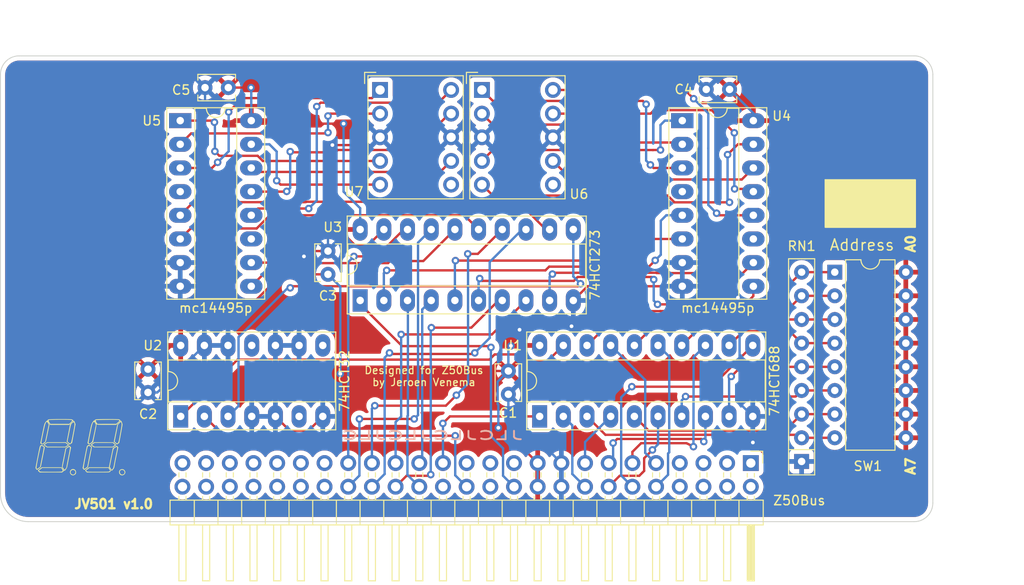
<source format=kicad_pcb>
(kicad_pcb (version 20211014) (generator pcbnew)
  (layers (0 "F.Cu" signal) (31 "B.Cu" signal) (34 "B.Paste" user) (35 "F.Paste" user) (36 "B.SilkS" user "B.Silkscreen") (37 "F.SilkS" user "F.Silkscreen") (38 "B.Mask" user) (39 "F.Mask" user) (44 "Edge.Cuts" user))
  (net 0 "")
  (net 1 "VCC")
  (net 2 "GND")
  (net 3 "/A7")
  (net 4 "/A2")
  (net 5 "/A0")
  (net 6 "Net-(RN1-Pad2)")
  (net 7 "Net-(RN1-Pad3)")
  (net 8 "Net-(RN1-Pad4)")
  (net 9 "Net-(RN1-Pad5)")
  (net 10 "Net-(RN1-Pad6)")
  (net 11 "{slash}IOREQ")
  (net 12 "/A1")
  (net 13 "/A3")
  (net 14 "/A4")
  (net 15 "/A5")
  (net 16 "/A6")
  (net 17 "/{slash}IOEN")
  (net 18 "{slash}WR")
  (net 19 "/{slash}IOWR")
  (net 23 "{slash}RST")
  (net 24 "Net-(U3-Pad2)")
  (net 25 "/D0")
  (net 26 "/D1")
  (net 27 "Net-(U3-Pad5)")
  (net 28 "Net-(U3-Pad6)")
  (net 29 "/D2")
  (net 30 "/D3")
  (net 31 "Net-(U3-Pad9)")
  (net 32 "Net-(U3-Pad12)")
  (net 33 "/D4")
  (net 34 "/D5")
  (net 35 "Net-(U3-Pad15)")
  (net 36 "Net-(U3-Pad16)")
  (net 37 "/D6")
  (net 38 "/D7")
  (net 39 "Net-(U3-Pad19)")
  (net 40 "Net-(U4-Pad1)")
  (net 41 "Net-(U4-Pad2)")
  (net 42 "Net-(U4-Pad3)")
  (net 45 "Net-(U4-Pad12)")
  (net 46 "Net-(U4-Pad13)")
  (net 47 "Net-(U4-Pad14)")
  (net 48 "Net-(U4-Pad15)")
  (net 49 "Net-(U5-Pad1)")
  (net 50 "Net-(U5-Pad2)")
  (net 51 "Net-(U5-Pad3)")
  (net 54 "Net-(U5-Pad12)")
  (net 55 "Net-(U5-Pad13)")
  (net 56 "Net-(U5-Pad14)")
  (net 57 "Net-(U5-Pad15)")
  (net 60 "Net-(RN1-Pad7)")
  (net 61 "Net-(RN1-Pad8)")
  (net 62 "Net-(RN1-Pad9)")
  (net 63 "/A15")
  (net 64 "/A14")
  (net 65 "/A13")
  (net 66 "/A12")
  (net 67 "/A11")
  (net 68 "/A10")
  (net 69 "/A9")
  (net 70 "/A8")
  (net 71 "/{slash}M1")
  (net 72 "/CLOCK")
  (net 73 "/{slash}INT")
  (net 74 "/{slash}MREQ")
  (net 75 "/{slash}RD")
  (net 76 "/TX")
  (net 77 "/RX")
  (net 78 "/USR1")
  (net 79 "/USR0")
  (net 80 "/USR3")
  (net 81 "/USR2")
  (net 82 "/{slash}NMI")
  (net 83 "/{slash}REFRESH")
  (net 84 "/{slash}WAIT")
  (net 85 "/{slash}HALT")
  (net 86 "/{slash}BUSRQ")
  (net 87 "/{slash}BUSACK")
  (net 88 "/IEO")
  (net 89 "/IEI")
  (footprint "Capacitor_THT:C_Disc_D3.8mm_W2.6mm_P2.50mm" (layer "F.Cu") (at 178.2 73.6 180)
    (fp_text reference "C4")
    (fp_text value "100nF")
  )
  (footprint "Package_DIP:DIP-16_W7.62mm_Socket_LongPads" (layer "F.Cu") (at 173.13 76.952)
    (fp_text reference "U4")
    (fp_text value "mc14495p")
  )
  (footprint "Package_DIP:DIP-20_W7.62mm_Socket_LongPads" (layer "F.Cu") (at 157.83 108.702 90)
    (fp_text reference "U1")
    (fp_text value "74HCT688")
  )
  (footprint "Display_7Segment:Sx39-1xxxxx" (layer "F.Cu") (at 140.716 73.66)
    (fp_text reference "U7")
    (fp_text value "MSN" hide)
  )
  (footprint "Capacitor_THT:C_Disc_D3.8mm_W2.6mm_P2.50mm" (layer "F.Cu") (at 154.475 103.825 -90)
    (fp_text reference "C1")
    (fp_text value "100nF")
  )
  (footprint "Capacitor_THT:C_Disc_D3.8mm_W2.6mm_P2.50mm" (layer "F.Cu") (at 135.128 93.452 90)
    (fp_text reference "C3")
    (fp_text value "100nF")
  )
  (footprint "Resistor_THT:R_Array_SIP9" (layer "F.Cu") (at 185.928 113.538 90)
    (fp_text reference "RN1")
    (fp_text value "8x100K" hide)
  )
  (footprint "LOGO" (layer "F.Cu") (at 108.458 111.887)
    (fp_text reference "G***" hide)
    (fp_text value "LOGO" hide)
  )
  (footprint "Connector_PinHeader_2.54mm:PinHeader_2x25_P2.54mm_Horizontal" (layer "F.Cu") (at 180.48 113.71 -90)
    (fp_text reference "J1" hide)
    (fp_text value "Z50bus" hide)
  )
  (footprint "Package_DIP:DIP-14_W7.62mm_Socket_LongPads" (layer "F.Cu") (at 119.33 108.702 90)
    (fp_text reference "U2")
    (fp_text value "74HCT32")
  )
  (footprint "Capacitor_THT:C_Disc_D3.8mm_W2.6mm_P2.50mm" (layer "F.Cu") (at 124.44 73.406 180)
    (fp_text reference "C5")
    (fp_text value "100nF")
  )
  (footprint "Package_DIP:DIP-16_W7.62mm" (layer "F.Cu") (at 189.484 93.218)
    (fp_text reference "SW1")
    (fp_text value "Address")
  )
  (footprint "Package_DIP:DIP-20_W7.62mm_Socket_LongPads" (layer "F.Cu") (at 138.58 96.256 90)
    (fp_text reference "U3")
    (fp_text value "74HCT273")
  )
  (footprint "Capacitor_THT:C_Disc_D3.8mm_W2.6mm_P2.50mm" (layer "F.Cu") (at 115.824 103.632 -90)
    (fp_text reference "C2")
    (fp_text value "100nF")
  )
  (footprint "Package_DIP:DIP-16_W7.62mm_Socket_LongPads" (layer "F.Cu") (at 119.28 76.952)
    (fp_text reference "U5")
    (fp_text value "mc14495p")
  )
  (footprint "Display_7Segment:Sx39-1xxxxx" (layer "F.Cu") (at 151.638 73.66)
    (fp_text reference "U6")
    (fp_text value "LSN" hide)
  )
  (gr_rect (start 198.12 88.392) (end 188.468 83.312) (layer "F.SilkS") (width 0.15) (fill solid))
  (gr_arc (start 103 120) (mid 100.87868 119.12132) (end 100 117) (layer "Edge.Cuts") (width 0.1))
  (gr_line (start 100 72) (end 100 117) (layer "Edge.Cuts") (width 0.1))
  (gr_line (start 198 70) (end 102 70) (layer "Edge.Cuts") (width 0.1))
  (gr_arc (start 100 72) (mid 100.585786 70.585786) (end 102 70) (layer "Edge.Cuts") (width 0.1))
  (gr_line (start 200 118) (end 200 72) (layer "Edge.Cuts") (width 0.1))
  (gr_arc (start 200 118) (mid 199.414214 119.414214) (end 198 120) (layer "Edge.Cuts") (width 0.1))
  (gr_arc (start 198 70) (mid 199.414214 70.585786) (end 200 72) (layer "Edge.Cuts") (width 0.1))
  (gr_line (start 103 120) (end 198 120) (layer "Edge.Cuts") (width 0.1))
  (gr_text "JLCJLCJLCJLC" (at 146.304 110.744) (layer "B.SilkS") (effects (font (size 0.9 1.9) (thickness 0.2)) (justify mirror)))
  (gr_text "Z50Bus" (at 185.674 117.729) (layer "F.SilkS") (effects (font (size 1 1))))
  (gr_text "A0" (at 197.612 90.17 90) (layer "F.SilkS") (effects (font (size 1 1) (thickness 0.25))))
  (gr_text "Designed for Z50Bus\nby Jeroen Venema" (at 145.415 104.394) (layer "F.SilkS") (effects (font (size 0.8 0.8) (thickness 0.125))))
  (gr_text "A7" (at 197.612 114.046 90) (layer "F.SilkS") (effects (font (size 1 1) (thickness 0.25))))
  (gr_text "JV501 v1.0" (at 112.141 118.11) (layer "F.SilkS") (effects (font (size 1 1) (thickness 0.25))))
  (segment (start 126.873 73.406) (end 124.44 73.406) (width 0.25) (layer "F.Cu") (net 1))
  (segment (start 135.128 93.452) (end 130.17099 93.452) (width 0.25) (layer "F.Cu") (net 1))
  (segment (start 124.39799 99.225) (end 119.45 99.225) (width 0.25) (layer "F.Cu") (net 1))
  (segment (start 118.374 101.082) (end 115.824 103.632) (width 0.25) (layer "F.Cu") (net 1))
  (segment (start 154.75 101.125) (end 154.793 101.082) (width 0.25) (layer "F.Cu") (net 1))
  (segment (start 136.45 104.125) (end 136.75 103.825) (width 0.25) (layer "F.Cu") (net 1))
  (segment (start 127.223 77.275) (end 126.9 76.952) (width 0.25) (layer "F.Cu") (net 1))
  (segment (start 130.17099 93.452) (end 124.39799 99.225) (width 0.25) (layer "F.Cu") (net 1))
  (segment (start 136.75 103.825) (end 154.475 103.825) (width 0.25) (layer "F.Cu") (net 1))
  (segment (start 157.62 113.71) (end 153.835 109.925) (width 0.25) (layer "F.Cu") (net 1))
  (segment (start 119.33 101.082) (end 118.374 101.082) (width 0.25) (layer "F.Cu") (net 1))
  (segment (start 153.835 109.925) (end 153.4 109.925) (width 0.25) (layer "F.Cu") (net 1))
  (segment (start 136.8 77.275) (end 127.223 77.275) (width 0.25) (layer "F.Cu") (net 1))
  (segment (start 154.793 101.082) (end 157.83 101.082) (width 0.25) (layer "F.Cu") (net 1))
  (segment (start 119.33 99.345) (end 119.33 101.082) (width 0.25) (layer "F.Cu") (net 1))
  (segment (start 119.45 99.225) (end 119.33 99.345) (width 0.25) (layer "F.Cu") (net 1))
  (via (at 136.45 104.125) (size 0.8) (drill 0.4) (layers "F.Cu" "B.Cu") (net 1))
  (via (at 126.873 73.406) (size 0.8) (drill 0.4) (layers "F.Cu" "B.Cu") (net 1))
  (via (at 153.4 109.925) (size 0.8) (drill 0.4) (layers "F.Cu" "B.Cu") (net 1))
  (via (at 154.75 101.125) (size 0.8) (drill 0.4) (layers "F.Cu" "B.Cu") (net 1))
  (via (at 136.8 77.275) (size 0.8) (drill 0.4) (layers "F.Cu" "B.Cu") (net 1))
  (segment (start 137.075 84.85) (end 136.8 84.575) (width 0.25) (layer "B.Cu") (net 1))
  (segment (start 126.9 76.952) (end 126.9 73.433) (width 0.25) (layer "B.Cu") (net 1))
  (segment (start 154.475 101.4) (end 154.75 101.125) (width 0.25) (layer "B.Cu") (net 1))
  (segment (start 126.9 73.433) (end 126.873 73.406) (width 0.25) (layer "B.Cu") (net 1))
  (segment (start 154.475 103.825) (end 154.475 101.4) (width 0.25) (layer "B.Cu") (net 1))
  (segment (start 153.325 104.975) (end 154.475 103.825) (width 0.25) (layer "B.Cu") (net 1))
  (segment (start 136.8 84.575) (end 136.8 77.275) (width 0.25) (layer "B.Cu") (net 1))
  (segment (start 136.45 94.774) (end 136.45 104.125) (width 0.25) (layer "B.Cu") (net 1))
  (segment (start 138.58 86.355) (end 137.075 84.85) (width 0.25) (layer "B.Cu") (net 1))
  (segment (start 135.128 93.452) (end 136.45 94.774) (width 0.25) (layer "B.Cu") (net 1))
  (segment (start 138.58 88.636) (end 138.58 86.355) (width 0.25) (layer "B.Cu") (net 1))
  (segment (start 157.62 113.71) (end 157.62 116.25) (width 0.25) (layer "B.Cu") (net 1))
  (segment (start 153.4 107.45) (end 153.325 107.375) (width 0.25) (layer "B.Cu") (net 1))
  (segment (start 180.75 76.15) (end 180.75 76.952) (width 0.25) (layer "B.Cu") (net 1))
  (segment (start 178.2 73.6) (end 180.75 76.15) (width 0.25) (layer "B.Cu") (net 1))
  (segment (start 153.4 109.925) (end 153.4 107.45) (width 0.25) (layer "B.Cu") (net 1))
  (segment (start 153.325 107.375) (end 153.325 104.975) (width 0.25) (layer "B.Cu") (net 1))
  (segment (start 185.928 113.538) (end 182.738 113.538) (width 0.25) (layer "F.Cu") (net 2))
  (segment (start 132.03 101.082) (end 129.49 101.082) (width 0.25) (layer "F.Cu") (net 2))
  (segment (start 135.6 79.575) (end 139.881 79.575) (width 0.25) (layer "F.Cu") (net 2))
  (segment (start 173.13 94.732) (end 162.964 94.732) (width 0.25) (layer "F.Cu") (net 2))
  (segment (start 179.1 95.95) (end 177.882 94.732) (width 0.25) (layer "F.Cu") (net 2))
  (segment (start 121.87 101.082) (end 124.41 101.082) (width 0.25) (layer "F.Cu") (net 2))
  (segment (start 131.015 110.227) (end 133.045 110.227) (width 0.25) (layer "F.Cu") (net 2))
  (segment (start 133.123 90.952) (end 135.128 90.952) (width 0.25) (layer "F.Cu") (net 2))
  (segment (start 133.045 110.227) (end 134.57 108.702) (width 0.25) (layer "F.Cu") (net 2))
  (segment (start 177.882 94.732) (end 173.13 94.732) (width 0.25) (layer "F.Cu") (net 2))
  (segment (start 129.49 108.702) (end 126.95 108.702) (width 0.25) (layer "F.Cu") (net 2))
  (segment (start 161.25 99.025) (end 156.05 99.025) (width 0.25) (layer "F.Cu") (net 2))
  (segment (start 162.964 94.732) (end 161.44 96.256) (width 0.25) (layer "F.Cu") (net 2))
  (segment (start 139.881 79.575) (end 140.716 78.74) (width 0.25) (layer "F.Cu") (net 2))
  (segment (start 132.55 91.525) (end 133.123 90.952) (width 0.25) (layer "F.Cu") (net 2))
  (segment (start 129.49 108.702) (end 131.015 110.227) (width 0.25) (layer "F.Cu") (net 2))
  (segment (start 182.738 113.538) (end 180.7 111.5) (width 0.25) (layer "F.Cu") (net 2))
  (segment (start 156.05 99.025) (end 155.675 99.4) (width 0.25) (layer "F.Cu") (net 2))
  (via (at 132.55 91.525) (size 0.8) (drill 0.4) (layers "F.Cu" "B.Cu") (net 2))
  (via (at 179.1 95.95) (size 0.8) (drill 0.4) (layers "F.Cu" "B.Cu") (net 2))
  (via (at 155.675 99.4) (size 0.8) (drill 0.4) (layers "F.Cu" "B.Cu") (net 2))
  (via (at 180.7 111.5) (size 0.8) (drill 0.4) (layers "F.Cu" "B.Cu") (net 2))
  (via (at 161.25 99.025) (size 0.8) (drill 0.4) (layers "F.Cu" "B.Cu") (net 2))
  (via (at 135.6 79.575) (size 0.8) (drill 0.4) (layers "F.Cu" "B.Cu") (net 2))
  (segment (start 116.82 106.132) (end 115.824 106.132) (width 0.25) (layer "B.Cu") (net 2))
  (segment (start 179.275 107.287) (end 179.275 96.125) (width 0.25) (layer "B.Cu") (net 2))
  (segment (start 161.44 96.256) (end 161.44 98.835) (width 0.25) (layer "B.Cu") (net 2))
  (segment (start 121.94 91.01) (end 120.758 92.192) (width 0.25) (layer "B.Cu") (net 2))
  (segment (start 154.475 106.325) (end 154.475 108.025) (width 0.25) (layer "B.Cu") (net 2))
  (segment (start 121.87 101.082) (end 121.87 95.37) (width 0.25) (layer "B.Cu") (net 2))
  (segment (start 119.28 92.192) (end 119.28 94.732) (width 0.25) (layer "B.Cu") (net 2))
  (segment (start 155.675 99.4) (end 155.675 105) (width 0.25) (layer "B.Cu") (net 2))
  (segment (start 180.69 108.702) (end 179.275 107.287) (width 0.25) (layer "B.Cu") (net 2))
  (segment (start 121.87 101.082) (end 116.82 106.132) (width 0.25) (layer "B.Cu") (net 2))
  (segment (start 161.44 98.835) (end 161.25 99.025) (width 0.25) (layer "B.Cu") (net 2))
  (segment (start 121.232 94.732) (end 119.28 94.732) (width 0.25) (layer "B.Cu") (net 2))
  (segment (start 180.7 111.5) (end 180.69 111.49) (width 0.25) (layer "B.Cu") (net 2))
  (segment (start 129.49 101.082) (end 129.49 108.702) (width 0.25) (layer "B.Cu") (net 2))
  (segment (start 135.128 90.952) (end 135.128 80.047) (width 0.25) (layer "B.Cu") (net 2))
  (segment (start 132.03 101.082) (end 132.03 92.045) (width 0.25) (layer "B.Cu") (net 2))
  (segment (start 160.16 113.71) (end 160.16 116.25) (width 0.25) (layer "B.Cu") (net 2))
  (segment (start 121.94 73.406) (end 121.94 91.01) (width 0.25) (layer "B.Cu") (net 2))
  (segment (start 155.675 105) (end 154.975 105.7) (width 0.25) (layer "B.Cu") (net 2))
  (segment (start 120.758 92.192) (end 119.28 92.192) (width 0.25) (layer "B.Cu") (net 2))
  (segment (start 154.475 108.025) (end 160.16 113.71) (width 0.25) (layer "B.Cu") (net 2))
  (segment (start 180.69 111.49) (end 180.69 108.702) (width 0.25) (layer "B.Cu") (net 2))
  (segment (start 135.128 80.047) (end 135.6 79.575) (width 0.25) (layer "B.Cu") (net 2))
  (segment (start 132.03 92.045) (end 132.55 91.525) (width 0.25) (layer "B.Cu") (net 2))
  (segment (start 179.275 96.125) (end 179.1 95.95) (width 0.25) (layer "B.Cu") (net 2))
  (segment (start 121.87 95.37) (end 121.232 94.732) (width 0.25) (layer "B.Cu") (net 2))
  (segment (start 169.1507 104.7827) (end 169.1507 112.618898) (width 0.25) (layer "B.Cu") (net 3))
  (segment (start 170.241802 113.71) (end 170.32 113.71) (width 0.25) (layer "B.Cu") (net 3))
  (segment (start 169.1507 112.618898) (end 170.241802 113.71) (width 0.25) (layer "B.Cu") (net 3))
  (segment (start 165.45 101.082) (end 169.1507 104.7827) (width 0.25) (layer "B.Cu") (net 3))
  (segment (start 169.037 113.189007) (end 169.926 112.300007) (width 0.25) (layer "F.Cu") (net 4))
  (segment (start 169.037 114.554) (end 169.037 113.284) (width 0.25) (layer "F.Cu") (net 4))
  (segment (start 169.037 113.284) (end 169.037 113.189007) (width 0.25) (layer "F.Cu") (net 4))
  (segment (start 168.8592 114.7318) (end 169.037 114.554) (width 0.25) (layer "F.Cu") (net 4))
  (segment (start 166.415 115.075) (end 168.516 115.075) (width 0.25) (layer "F.Cu") (net 4))
  (segment (start 168.516 115.075) (end 168.8592 114.7318) (width 0.25) (layer "F.Cu") (net 4))
  (segment (start 165.24 116.25) (end 166.415 115.075) (width 0.25) (layer "F.Cu") (net 4))
  (via (at 169.926 112.300007) (size 0.8) (drill 0.4) (layers "F.Cu" "B.Cu") (net 4))
  (segment (start 170.53 111.696007) (end 170.53 108.702) (width 0.25) (layer "B.Cu") (net 4))
  (segment (start 169.926 112.300007) (end 170.53 111.696007) (width 0.25) (layer "B.Cu") (net 4))
  (segment (start 161.335 109.667) (end 161.335 114.885) (width 0.25) (layer "B.Cu") (net 5))
  (segment (start 161.335 114.885) (end 162.7 116.25) (width 0.25) (layer "B.Cu") (net 5))
  (segment (start 160.37 108.702) (end 161.335 109.667) (width 0.25) (layer "B.Cu") (net 5))
  (segment (start 185.606501 110.676501) (end 164.884501 110.676501) (width 0.25) (layer "F.Cu") (net 6))
  (segment (start 164.884501 110.676501) (end 162.91 108.702) (width 0.25) (layer "F.Cu") (net 6))
  (segment (start 185.928 110.998) (end 185.606501 110.676501) (width 0.25) (layer "F.Cu") (net 6))
  (segment (start 185.928 110.998) (end 189.484 110.998) (width 0.25) (layer "F.Cu") (net 6))
  (segment (start 169.515 110.227) (end 167.99 108.702) (width 0.25) (layer "F.Cu") (net 7))
  (segment (start 184.159 110.227) (end 169.515 110.227) (width 0.25) (layer "F.Cu") (net 7))
  (segment (start 185.928 108.458) (end 189.484 108.458) (width 0.25) (layer "F.Cu") (net 7))
  (segment (start 185.928 108.458) (end 184.159 110.227) (width 0.25) (layer "F.Cu") (net 7))
  (segment (start 185.928 105.918) (end 185.2797 106.5663) (width 0.25) (layer "F.Cu") (net 8))
  (segment (start 185.928 105.918) (end 189.484 105.918) (width 0.25) (layer "F.Cu") (net 8))
  (segment (start 185.2797 106.5663) (end 173.482 106.5663) (width 0.25) (layer "F.Cu") (net 8))
  (via (at 173.482 106.5663) (size 0.8) (drill 0.4) (layers "F.Cu" "B.Cu") (net 8))
  (segment (start 173.07 108.702) (end 173.07 106.9783) (width 0.25) (layer "B.Cu") (net 8))
  (segment (start 173.07 106.9783) (end 173.482 106.5663) (width 0.25) (layer "B.Cu") (net 8))
  (segment (start 179.418598 103.378) (end 178.378463 104.418135) (width 0.25) (layer "F.Cu") (net 9))
  (segment (start 185.928 103.378) (end 189.484 103.378) (width 0.25) (layer "F.Cu") (net 9))
  (segment (start 185.928 103.378) (end 179.418598 103.378) (width 0.25) (layer "F.Cu") (net 9))
  (via (at 178.378463 104.418135) (size 0.8) (drill 0.4) (layers "F.Cu" "B.Cu") (net 9))
  (segment (start 178.15 108.702) (end 178.15 104.646598) (width 0.25) (layer "B.Cu") (net 9))
  (segment (start 178.15 104.646598) (end 178.378463 104.418135) (width 0.25) (layer "B.Cu") (net 9))
  (segment (start 179.675 99.557) (end 178.15 101.082) (width 0.25) (layer "F.Cu") (net 10))
  (segment (start 184.647 99.557) (end 179.675 99.557) (width 0.25) (layer "F.Cu") (net 10))
  (segment (start 185.928 100.838) (end 189.484 100.838) (width 0.25) (layer "F.Cu") (net 10))
  (segment (start 185.928 100.838) (end 184.647 99.557) (width 0.25) (layer "F.Cu") (net 10))
  (segment (start 148.198 108.702) (end 147.45 109.45) (width 0.25) (layer "F.Cu") (net 11))
  (segment (start 157.83 108.702) (end 148.198 108.702) (width 0.25) (layer "F.Cu") (net 11))
  (via (at 147.45 109.45) (size 0.8) (drill 0.4) (layers "F.Cu" "B.Cu") (net 11))
  (segment (start 147.46 109.46) (end 147.46 113.71) (width 0.25) (layer "B.Cu") (net 11))
  (segment (start 147.45 109.45) (end 147.46 109.46) (width 0.25) (layer "B.Cu") (net 11))
  (segment (start 165.45 108.702) (end 162.7 111.452) (width 0.25) (layer "B.Cu") (net 12))
  (segment (start 162.7 111.452) (end 162.7 113.71) (width 0.25) (layer "B.Cu") (net 12))
  (segment (start 175.162793 111.126002) (end 166.140398 111.126002) (width 0.25) (layer "F.Cu") (net 13))
  (segment (start 175.4378 111.401009) (end 175.162793 111.126002) (width 0.25) (layer "F.Cu") (net 13))
  (segment (start 166.140398 111.126002) (end 165.7096 111.5568) (width 0.25) (layer "F.Cu") (net 13))
  (via (at 175.4378 111.401009) (size 0.8) (drill 0.4) (layers "F.Cu" "B.Cu") (net 13))
  (via (at 165.7096 111.5568) (size 0.8) (drill 0.4) (layers "F.Cu" "B.Cu") (net 13))
  (segment (start 165.7096 113.2404) (end 165.24 113.71) (width 0.25) (layer "B.Cu") (net 13))
  (segment (start 175.61 108.702) (end 175.61 111.228809) (width 0.25) (layer "B.Cu") (net 13))
  (segment (start 175.61 111.228809) (end 175.4378 111.401009) (width 0.25) (layer "B.Cu") (net 13))
  (segment (start 165.7096 111.5568) (end 165.7096 113.2404) (width 0.25) (layer "B.Cu") (net 13))
  (segment (start 180.69 101.082) (end 176.2604 105.5116) (width 0.25) (layer "F.Cu") (net 14))
  (segment (start 176.2604 105.5116) (end 167.7162 105.5116) (width 0.25) (layer "F.Cu") (net 14))
  (via (at 167.7162 105.5116) (size 0.8) (drill 0.4) (layers "F.Cu" "B.Cu") (net 14))
  (segment (start 166.575 115.045) (end 167.78 116.25) (width 0.25) (layer "B.Cu") (net 14))
  (segment (start 166.575 106.6528) (end 166.575 115.045) (width 0.25) (layer "B.Cu") (net 14))
  (segment (start 167.7162 105.5116) (end 166.575 106.6528) (width 0.25) (layer "B.Cu") (net 14))
  (segment (start 168.712416 111.575503) (end 167.78 112.507919) (width 0.25) (layer "F.Cu") (net 15))
  (segment (start 174.325 111.95) (end 173.576903 111.575503) (width 0.25) (layer "F.Cu") (net 15))
  (segment (start 173.576903 111.575503) (end 168.712416 111.575503) (width 0.25) (layer "F.Cu") (net 15))
  (segment (start 167.78 112.507919) (end 167.78 113.71) (width 0.25) (layer "F.Cu") (net 15))
  (via (at 174.325 111.95) (size 0.8) (drill 0.4) (layers "F.Cu" "B.Cu") (net 15))
  (segment (start 174.3456 102.3464) (end 175.61 101.082) (width 0.25) (layer "B.Cu") (net 15))
  (segment (start 174.325 111.95) (end 174.3456 102.3464) (width 0.25) (layer "B.Cu") (net 15))
  (segment (start 171.7294 112.555288) (end 171.7294 102.2814) (width 0.25) (layer "B.Cu") (net 16))
  (segment (start 170.32 116.25) (end 171.6024 114.9676) (width 0.25) (layer "B.Cu") (net 16))
  (segment (start 171.6024 112.682288) (end 171.7294 112.555288) (width 0.25) (layer "B.Cu") (net 16))
  (segment (start 171.6024 114.9676) (end 171.6024 112.682288) (width 0.25) (layer "B.Cu") (net 16))
  (segment (start 171.7294 102.2814) (end 170.53 101.082) (width 0.25) (layer "B.Cu") (net 16))
  (segment (start 156.1 102.05) (end 156.775 102.725) (width 0.25) (layer "F.Cu") (net 17))
  (segment (start 125.425 102.607) (end 152.443 102.607) (width 0.25) (layer "F.Cu") (net 17))
  (segment (start 156.775 102.725) (end 158.727 102.725) (width 0.25) (layer "F.Cu") (net 17))
  (segment (start 158.727 102.725) (end 160.37 101.082) (width 0.25) (layer "F.Cu") (net 17))
  (segment (start 119.33 108.702) (end 125.425 102.607) (width 0.25) (layer "F.Cu") (net 17))
  (segment (start 153 102.05) (end 156.1 102.05) (width 0.25) (layer "F.Cu") (net 17))
  (segment (start 152.443 102.607) (end 153 102.05) (width 0.25) (layer "F.Cu") (net 17))
  (segment (start 123.943 110.775) (end 121.87 108.702) (width 0.25) (layer "F.Cu") (net 18))
  (segment (start 148.775 110.775) (end 123.943 110.775) (width 0.25) (layer "F.Cu") (net 18))
  (via (at 148.775 110.775) (size 0.8) (drill 0.4) (layers "F.Cu" "B.Cu") (net 18))
  (segment (start 150 116.25) (end 148.775 115.025) (width 0.25) (layer "B.Cu") (net 18))
  (segment (start 148.775 115.025) (end 148.775 110.775) (width 0.25) (layer "B.Cu") (net 18))
  (segment (start 131.075 94.9) (end 131.244 94.731) (width 0.25) (layer "F.Cu") (net 19))
  (segment (start 131.244 94.731) (end 161.940401 94.731) (width 0.25) (layer "F.Cu") (net 19))
  (segment (start 161.940401 94.731) (end 162.214265 94.457136) (width 0.25) (layer "F.Cu") (net 19))
  (via (at 131.075 94.9) (size 0.8) (drill 0.4) (layers "F.Cu" "B.Cu") (net 19))
  (via (at 162.214265 94.457136) (size 0.8) (drill 0.4) (layers "F.Cu" "B.Cu") (net 19))
  (segment (start 161.44 88.636) (end 161.44 93.682871) (width 0.25) (layer "B.Cu") (net 19))
  (segment (start 161.44 93.682871) (end 162.214265 94.457136) (width 0.25) (layer "B.Cu") (net 19))
  (segment (start 130.825 94.9) (end 131.075 94.9) (width 0.25) (layer "B.Cu") (net 19))
  (segment (start 125.535 100.19) (end 127.7 98.025) (width 0.25) (layer "B.Cu") (net 19))
  (segment (start 127.7 98.025) (end 130.825 94.9) (width 0.25) (layer "B.Cu") (net 19))
  (segment (start 125.535 107.577) (end 125.535 100.19) (width 0.25) (layer "B.Cu") (net 19))
  (segment (start 124.41 108.702) (end 125.535 107.577) (width 0.25) (layer "B.Cu") (net 19))
  (segment (start 152.476568 101.158) (end 152.605308 101.28674) (width 0.25) (layer "F.Cu") (net 23))
  (segment (start 143.082 101.158) (end 152.476568 101.158) (width 0.25) (layer "F.Cu") (net 23))
  (segment (start 138.58 96.656) (end 143.082 101.158) (width 0.25) (layer "F.Cu") (net 23))
  (segment (start 138.58 96.256) (end 138.58 96.656) (width 0.25) (layer "F.Cu") (net 23))
  (via (at 152.605308 101.28674) (size 0.8) (drill 0.4) (layers "F.Cu" "B.Cu") (net 23))
  (segment (start 155.08 116.25) (end 153.905 115.075) (width 0.25) (layer "B.Cu") (net 23))
  (segment (start 153.905 115.075) (end 153.905 112.13) (width 0.25) (layer "B.Cu") (net 23))
  (segment (start 153.905 112.13) (end 152.605308 110.830308) (width 0.25) (layer "B.Cu") (net 23))
  (segment (start 152.605308 110.830308) (end 152.605308 101.28674) (width 0.25) (layer "B.Cu") (net 23))
  (segment (start 141.425 93.025) (end 158.450402 93.025) (width 0.25) (layer "F.Cu") (net 24))
  (segment (start 169.5495 92.6255) (end 170.225 91.95) (width 0.25) (layer "F.Cu") (net 24))
  (segment (start 158.849902 92.6255) (end 169.5495 92.6255) (width 0.25) (layer "F.Cu") (net 24))
  (segment (start 158.450402 93.025) (end 158.849902 92.6255) (width 0.25) (layer "F.Cu") (net 24))
  (via (at 141.425 93.025) (size 0.8) (drill 0.4) (layers "F.Cu" "B.Cu") (net 24))
  (via (at 170.225 91.95) (size 0.8) (drill 0.4) (layers "F.Cu" "B.Cu") (net 24))
  (segment (start 170.225 91.95) (end 170.825 91.35) (width 0.25) (layer "B.Cu") (net 24))
  (segment (start 170.825 87.7) (end 171.413 87.112) (width 0.25) (layer "B.Cu") (net 24))
  (segment (start 141.12 96.256) (end 141.12 93.33) (width 0.25) (layer "B.Cu") (net 24))
  (segment (start 141.12 93.33) (end 141.425 93.025) (width 0.25) (layer "B.Cu") (net 24))
  (segment (start 170.825 91.35) (end 170.825 87.7) (width 0.25) (layer "B.Cu") (net 24))
  (segment (start 171.413 87.112) (end 173.13 87.112) (width 0.25) (layer "B.Cu") (net 24))
  (segment (start 143.66 96.256) (end 143.7 96.296) (width 0.25) (layer "B.Cu") (net 25))
  (segment (start 143.7 96.296) (end 143.7 108.625402) (width 0.25) (layer "B.Cu") (net 25))
  (segment (start 143.6505 108.674902) (end 143.6505 114.9805) (width 0.25) (layer "B.Cu") (net 25))
  (segment (start 143.7 108.625402) (end 143.6505 108.674902) (width 0.25) (layer "B.Cu") (net 25))
  (segment (start 143.6505 114.9805) (end 144.92 116.25) (width 0.25) (layer "B.Cu") (net 25))
  (segment (start 145.234501 97.221499) (end 145.234501 113.395499) (width 0.25) (layer "B.Cu") (net 26))
  (segment (start 146.2 96.256) (end 145.234501 97.221499) (width 0.25) (layer "B.Cu") (net 26))
  (segment (start 145.234501 113.395499) (end 144.92 113.71) (width 0.25) (layer "B.Cu") (net 26))
  (segment (start 173.13 89.652) (end 165.823 89.652) (width 0.25) (layer "F.Cu") (net 27))
  (segment (start 163.5 91.975) (end 148.8 91.975) (width 0.25) (layer "F.Cu") (net 27))
  (segment (start 165.823 89.652) (end 163.875 91.6) (width 0.25) (layer "F.Cu") (net 27))
  (segment (start 163.875 91.6) (end 163.5 91.975) (width 0.25) (layer "F.Cu") (net 27))
  (via (at 148.8 91.975) (size 0.8) (drill 0.4) (layers "F.Cu" "B.Cu") (net 27))
  (segment (start 148.8 91.975) (end 148.74 92.035) (width 0.25) (layer "B.Cu") (net 27))
  (segment (start 148.74 92.035) (end 148.74 96.256) (width 0.25) (layer "B.Cu") (net 27))
  (segment (start 161.914167 93.732636) (end 169.790078 93.732636) (width 0.25) (layer "F.Cu") (net 28))
  (segment (start 180.75 95.782) (end 180.75 94.732) (width 0.25) (layer "F.Cu") (net 28))
  (segment (start 151.4 93.9) (end 151.6495 94.1495) (width 0.25) (layer "F.Cu") (net 28))
  (segment (start 161.497303 94.1495) (end 161.914167 93.732636) (width 0.25) (layer "F.Cu") (net 28))
  (segment (start 170.475 96.675) (end 179.857 96.675) (width 0.25) (layer "F.Cu") (net 28))
  (segment (start 169.790078 93.732636) (end 170.064942 94.0075) (width 0.25) (layer "F.Cu") (net 28))
  (segment (start 151.6495 94.1495) (end 161.497303 94.1495) (width 0.25) (layer "F.Cu") (net 28))
  (segment (start 179.857 96.675) (end 180.75 95.782) (width 0.25) (layer "F.Cu") (net 28))
  (via (at 170.064942 94.0075) (size 0.8) (drill 0.4) (layers "F.Cu" "B.Cu") (net 28))
  (via (at 151.4 93.9) (size 0.8) (drill 0.4) (layers "F.Cu" "B.Cu") (net 28))
  (via (at 170.475 96.675) (size 0.8) (drill 0.4) (layers "F.Cu" "B.Cu") (net 28))
  (segment (start 170.064942 96.264942) (end 170.064942 94.0075) (width 0.25) (layer "B.Cu") (net 28))
  (segment (start 151.28 96.256) (end 151.28 94.02) (width 0.25) (layer "B.Cu") (net 28))
  (segment (start 170.475 96.675) (end 170.064942 96.264942) (width 0.25) (layer "B.Cu") (net 28))
  (segment (start 151.28 94.02) (end 151.4 93.9) (width 0.25) (layer "B.Cu") (net 28))
  (segment (start 150.5005 99.1755) (end 146.21641 99.1755) (width 0.25) (layer "F.Cu") (net 29))
  (segment (start 153.82 96.256) (end 153.42 96.256) (width 0.25) (layer "F.Cu") (net 29))
  (segment (start 146.025 115.075) (end 146.15 114.95) (width 0.25) (layer "F.Cu") (net 29))
  (segment (start 153.42 96.256) (end 150.5005 99.1755) (width 0.25) (layer "F.Cu") (net 29))
  (segment (start 143.555 115.075) (end 146.025 115.075) (width 0.25) (layer "F.Cu") (net 29))
  (segment (start 142.38 116.25) (end 143.555 115.075) (width 0.25) (layer "F.Cu") (net 29))
  (via (at 146.15 114.95) (size 0.8) (drill 0.4) (layers "F.Cu" "B.Cu") (net 29))
  (via (at 146.21641 99.1755) (size 0.8) (drill 0.4) (layers "F.Cu" "B.Cu") (net 29))
  (segment (start 146.15 114.95) (end 146.15 99.24191) (width 0.25) (layer "B.Cu") (net 29))
  (segment (start 146.15 99.24191) (end 146.21641 99.1755) (width 0.25) (layer "B.Cu") (net 29))
  (segment (start 152.716 99.9) (end 142.9755 99.9) (width 0.25) (layer "F.Cu") (net 30))
  (segment (start 156.36 96.256) (end 152.716 99.9) (width 0.25) (layer "F.Cu") (net 30))
  (via (at 142.9755 99.9) (size 0.8) (drill 0.4) (layers "F.Cu" "B.Cu") (net 30))
  (segment (start 142.9755 108.714212) (end 142.9755 99.9) (width 0.25) (layer "B.Cu") (net 30))
  (segment (start 142.38 113.71) (end 142.38 109.309712) (width 0.25) (layer "B.Cu") (net 30))
  (segment (start 142.38 109.309712) (end 142.9755 108.714212) (width 0.25) (layer "B.Cu") (net 30))
  (segment (start 179.625 93.317) (end 170.39904 93.317) (width 0.25) (layer "F.Cu") (net 31))
  (segment (start 170.39904 93.317) (end 170.36504 93.283) (width 0.25) (layer "F.Cu") (net 31))
  (segment (start 159.342 93.283) (end 159.2 93.425) (width 0.25) (layer "F.Cu") (net 31))
  (segment (start 180.75 92.192) (end 179.625 93.317) (width 0.25) (layer "F.Cu") (net 31))
  (segment (start 170.36504 93.283) (end 159.342 93.283) (width 0.25) (layer "F.Cu") (net 31))
  (via (at 159.2 93.425) (size 0.8) (drill 0.4) (layers "F.Cu" "B.Cu") (net 31))
  (segment (start 158.9 93.725) (end 158.9 96.256) (width 0.25) (layer "B.Cu") (net 31))
  (segment (start 159.2 93.425) (end 158.9 93.725) (width 0.25) (layer "B.Cu") (net 31))
  (segment (start 120.686529 85.705471) (end 132.716759 85.705471) (width 0.25) (layer "F.Cu") (net 32))
  (segment (start 132.76023 85.662) (end 155.526 85.662) (width 0.25) (layer "F.Cu") (net 32))
  (segment (start 158.5 88.636) (end 158.9 88.636) (width 0.25) (layer "F.Cu") (net 32))
  (segment (start 119.28 87.112) (end 120.686529 85.705471) (width 0.25) (layer "F.Cu") (net 32))
  (segment (start 132.716759 85.705471) (end 132.76023 85.662) (width 0.25) (layer "F.Cu") (net 32))
  (segment (start 155.526 85.662) (end 158.5 88.636) (width 0.25) (layer "F.Cu") (net 32))
  (segment (start 150.757 102) (end 150.8745 101.8825) (width 0.25) (layer "F.Cu") (net 33))
  (segment (start 141.725 101.8825) (end 141.8425 102) (width 0.25) (layer "F.Cu") (net 33))
  (segment (start 141.8425 102) (end 150.757 102) (width 0.25) (layer "F.Cu") (net 33))
  (via (at 150.8745 101.8825) (size 0.8) (drill 0.4) (layers "F.Cu" "B.Cu") (net 33))
  (via (at 141.725 101.8825) (size 0.8) (drill 0.4) (layers "F.Cu" "B.Cu") (net 33))
  (segment (start 156.36 88.636) (end 155.96 88.636) (width 0.25) (layer "B.Cu") (net 33))
  (segment (start 152.475 100.282) (end 150.8745 101.8825) (width 0.25) (layer "B.Cu") (net 33))
  (segment (start 141.205 114.885) (end 141.205 102.4025) (width 0.25) (layer "B.Cu") (net 33))
  (segment (start 139.84 116.25) (end 141.205 114.885) (width 0.25) (layer "B.Cu") (net 33))
  (segment (start 152.475 92.121) (end 152.475 100.282) (width 0.25) (layer "B.Cu") (net 33))
  (segment (start 155.96 88.636) (end 152.475 92.121) (width 0.25) (layer "B.Cu") (net 33))
  (segment (start 141.205 102.4025) (end 141.725 101.8825) (width 0.25) (layer "B.Cu") (net 33))
  (segment (start 140.15 107.55) (end 147.775 107.55) (width 0.25) (layer "F.Cu") (net 34))
  (segment (start 153.82 88.636) (end 151.2055 91.2505) (width 0.25) (layer "F.Cu") (net 34))
  (segment (start 147.775 107.55) (end 148.9 106.425) (width 0.25) (layer "F.Cu") (net 34))
  (segment (start 151.2055 91.2505) (end 150.117385 91.2505) (width 0.25) (layer "F.Cu") (net 34))
  (via (at 140.15 107.55) (size 0.8) (drill 0.4) (layers "F.Cu" "B.Cu") (net 34))
  (via (at 148.9 106.425) (size 0.8) (drill 0.4) (layers "F.Cu" "B.Cu") (net 34))
  (via (at 150.117385 91.2505) (size 0.8) (drill 0.4) (layers "F.Cu" "B.Cu") (net 34))
  (segment (start 148.9 106.425) (end 150.15 105.175) (width 0.25) (layer "B.Cu") (net 34))
  (segment (start 139.84 113.71) (end 139.84 107.86) (width 0.25) (layer "B.Cu") (net 34))
  (segment (start 139.84 107.86) (end 140.15 107.55) (width 0.25) (layer "B.Cu") (net 34))
  (segment (start 150.15 105.175) (end 150.15 91.283115) (width 0.25) (layer "B.Cu") (net 34))
  (segment (start 150.15 91.283115) (end 150.117385 91.2505) (width 0.25) (layer "B.Cu") (net 34))
  (segment (start 151.28 88.636) (end 149.755 87.111) (width 0.25) (layer "F.Cu") (net 35))
  (segment (start 120.4045 88.5275) (end 119.28 89.652) (width 0.25) (layer "F.Cu") (net 35))
  (segment (start 127.47549 88.5275) (end 120.4045 88.5275) (width 0.25) (layer "F.Cu") (net 35))
  (segment (start 128.89199 87.111) (end 127.47549 88.5275) (width 0.25) (layer "F.Cu") (net 35))
  (segment (start 149.755 87.111) (end 128.89199 87.111) (width 0.25) (layer "F.Cu") (net 35))
  (segment (start 141.788811 92.025499) (end 141.56431 92.25) (width 0.25) (layer "F.Cu") (net 36))
  (segment (start 145.350501 92.025499) (end 141.788811 92.025499) (width 0.25) (layer "F.Cu") (net 36))
  (segment (start 131.41069 92.25) (end 131.019189 92.641501) (width 0.25) (layer "F.Cu") (net 36))
  (segment (start 128.990499 92.641501) (end 126.9 94.732) (width 0.25) (layer "F.Cu") (net 36))
  (segment (start 141.56431 92.25) (end 131.41069 92.25) (width 0.25) (layer "F.Cu") (net 36))
  (segment (start 131.019189 92.641501) (end 128.990499 92.641501) (width 0.25) (layer "F.Cu") (net 36))
  (segment (start 148.74 88.636) (end 145.350501 92.025499) (width 0.25) (layer "F.Cu") (net 36))
  (segment (start 138.5 108.975) (end 144.375 108.975) (width 0.25) (layer "F.Cu") (net 37))
  (via (at 144.375 108.975) (size 0.8) (drill 0.4) (layers "F.Cu" "B.Cu") (net 37))
  (via (at 138.5 108.975) (size 0.8) (drill 0.4) (layers "F.Cu" "B.Cu") (net 37))
  (segment (start 138.5 115.05) (end 138.5 108.975) (width 0.25) (layer "B.Cu") (net 37))
  (segment (start 144.785 108.565) (end 144.785 90.051) (width 0.25) (layer "B.Cu") (net 37))
  (segment (start 144.785 90.051) (end 146.2 88.636) (width 0.25) (layer "B.Cu") (net 37))
  (segment (start 137.3 116.25) (end 138.5 115.05) (width 0.25) (layer "B.Cu") (net 37))
  (segment (start 144.375 108.975) (end 144.785 108.565) (width 0.25) (layer "B.Cu") (net 37))
  (segment (start 143.26 88.636) (end 140.3705 91.5255) (width 0.25) (layer "F.Cu") (net 38))
  (segment (start 140.3705 91.5255) (end 137.906362 91.5255) (width 0.25) (layer "F.Cu") (net 38))
  (segment (start 143.66 88.636) (end 143.26 88.636) (width 0.25) (layer "F.Cu") (net 38))
  (via (at 137.906362 91.5255) (size 0.8) (drill 0.4) (layers "F.Cu" "B.Cu") (net 38))
  (segment (start 137.3 113.71) (end 137.3 92.131862) (width 0.25) (layer "B.Cu") (net 38))
  (segment (start 137.3 92.131862) (end 137.906362 91.5255) (width 0.25) (layer "B.Cu") (net 38))
  (segment (start 126.9 92.192) (end 130.833 92.192) (width 0.25) (layer "F.Cu") (net 39))
  (segment (start 130.833 92.192) (end 133.5 89.525) (width 0.25) (layer "F.Cu") (net 39))
  (segment (start 139.456 90.3) (end 141.12 88.636) (width 0.25) (layer "F.Cu") (net 39))
  (segment (start 138 90.3) (end 139.456 90.3) (width 0.25) (layer "F.Cu") (net 39))
  (segment (start 133.5 89.525) (end 137.225 89.525) (width 0.25) (layer "F.Cu") (net 39))
  (segment (start 137.225 89.525) (end 138 90.3) (width 0.25) (layer "F.Cu") (net 39))
  (segment (start 151.638 81.28) (end 152.813 80.105) (width 0.25) (layer "F.Cu") (net 40))
  (segment (start 152.813 80.105) (end 169.977 80.105) (width 0.25) (layer "F.Cu") (net 40))
  (segment (start 169.977 80.105) (end 169.982 80.1) (width 0.25) (layer "F.Cu") (net 40))
  (segment (start 169.982 80.1) (end 170.79 80.1) (width 0.25) (layer "F.Cu") (net 40))
  (via (at 170.79 80.1) (size 0.8) (drill 0.4) (layers "F.Cu" "B.Cu") (net 40))
  (segment (start 171.258 76.952) (end 173.13 76.952) (width 0.25) (layer "B.Cu") (net 40))
  (segment (start 170.79 80.1) (end 170.79 77.42) (width 0.25) (layer "B.Cu") (net 40))
  (segment (start 170.79 77.42) (end 171.258 76.952) (width 0.25) (layer "B.Cu") (net 40))
  (segment (start 151.638 76.2) (end 152.813 77.375) (width 0.25) (layer "F.Cu") (net 41))
  (segment (start 152.813 77.375) (end 161.575 77.375) (width 0.25) (layer "F.Cu") (net 41))
  (segment (start 161.575 77.375) (end 163.5 79.3) (width 0.25) (layer "F.Cu") (net 41))
  (segment (start 172.938 79.3) (end 173.13 79.492) (width 0.25) (layer "F.Cu") (net 41))
  (segment (start 163.5 79.3) (end 172.938 79.3) (width 0.25) (layer "F.Cu") (net 41))
  (segment (start 169.71 81.7) (end 170.042 82.032) (width 0.25) (layer "F.Cu") (net 42))
  (segment (start 151.638 73.66) (end 152.813 74.835) (width 0.25) (layer "F.Cu") (net 42))
  (segment (start 168.895 74.835) (end 169.25 75.19) (width 0.25) (layer "F.Cu") (net 42))
  (segment (start 170.042 82.032) (end 173.13 82.032) (width 0.25) (layer "F.Cu") (net 42))
  (segment (start 152.813 74.835) (end 168.895 74.835) (width 0.25) (layer "F.Cu") (net 42))
  (via (at 169.71 81.7) (size 0.8) (drill 0.4) (layers "F.Cu" "B.Cu") (net 42))
  (via (at 169.25 75.19) (size 0.8) (drill 0.4) (layers "F.Cu" "B.Cu") (net 42))
  (segment (start 169.25 81.24) (end 169.71 81.7) (width 0.25) (layer "B.Cu") (net 42))
  (segment (start 169.25 75.19) (end 169.25 81.24) (width 0.25) (layer "B.Cu") (net 42))
  (segment (start 176.81 86.89) (end 177.032 87.112) (width 0.25) (layer "F.Cu") (net 45))
  (segment (start 177.032 87.112) (end 180.75 87.112) (width 0.25) (layer "F.Cu") (net 45))
  (segment (start 173.41 73.66) (end 174.35 74.6) (width 0.25) (layer "F.Cu") (net 45))
  (segment (start 159.258 73.66) (end 173.41 73.66) (width 0.25) (layer "F.Cu") (net 45))
  (via (at 174.35 74.6) (size 0.8) (drill 0.4) (layers "F.Cu" "B.Cu") (net 45))
  (via (at 176.81 86.89) (size 0.8) (drill 0.4) (layers "F.Cu" "B.Cu") (net 45))
  (segment (start 175.92 86) (end 176.81 86.89) (width 0.25) (layer "B.Cu") (net 45))
  (segment (start 175.92 76.17) (end 175.92 79.92) (width 0.25) (layer "B.Cu") (net 45))
  (segment (start 174.35 74.6) (end 175.92 76.17) (width 0.25) (layer "B.Cu") (net 45))
  (segment (start 175.92 79.92) (end 175.92 86) (width 0.25) (layer "B.Cu") (net 45))
  (segment (start 176.277 75.827) (end 178.71 78.26) (width 0.25) (layer "F.Cu") (net 46))
  (segment (start 159.258 76.2) (end 169.728 76.2) (width 0.25) (layer "F.Cu") (net 46))
  (segment (start 170.101 75.827) (end 176.277 75.827) (width 0.25) (layer "F.Cu") (net 46))
  (segment (start 178.74 84.28) (end 180.458 84.28) (width 0.25) (layer "F.Cu") (net 46))
  (segment (start 180.458 84.28) (end 180.75 84.572) (width 0.25) (layer "F.Cu") (net 46))
  (segment (start 169.728 76.2) (end 170.101 75.827) (width 0.25) (layer "F.Cu") (net 46))
  (via (at 178.71 78.26) (size 0.8) (drill 0.4) (layers "F.Cu" "B.Cu") (net 46))
  (via (at 178.74 84.28) (size 0.8) (drill 0.4) (layers "F.Cu" "B.Cu") (net 46))
  (segment (start 178.71 78.26) (end 178.71 84.25) (width 0.25) (layer "B.Cu") (net 46))
  (segment (start 178.71 84.25) (end 178.74 84.28) (width 0.25) (layer "B.Cu") (net 46))
  (segment (start 179.512 83.27) (end 180.75 82.032) (width 0.25) (layer "F.Cu") (net 47))
  (segment (start 161.248 83.27) (end 179.512 83.27) (width 0.25) (layer "F.Cu") (net 47))
  (segment (start 159.258 81.28) (end 161.248 83.27) (width 0.25) (layer "F.Cu") (net 47))
  (segment (start 152.813 84.995) (end 171.56201 84.995) (width 0.25) (layer "F.Cu") (net 48))
  (segment (start 171.56201 84.995) (end 172.28701 85.72) (width 0.25) (layer "F.Cu") (net 48))
  (segment (start 180.75 79.492) (end 179.09002 79.492) (width 0.25) (layer "F.Cu") (net 48))
  (segment (start 151.638 83.82) (end 152.813 84.995) (width 0.25) (layer "F.Cu") (net 48))
  (segment (start 172.28701 85.72) (end 178.19 85.72) (width 0.25) (layer "F.Cu") (net 48))
  (segment (start 179.09002 79.492) (end 177.9855 80.59652) (width 0.25) (layer "F.Cu") (net 48))
  (via (at 178.19 85.72) (size 0.8) (drill 0.4) (layers "F.Cu" "B.Cu") (net 48))
  (via (at 177.9855 80.59652) (size 0.8) (drill 0.4) (layers "F.Cu" "B.Cu") (net 48))
  (segment (start 178.19 85.72) (end 177.9855 85.5155) (width 0.25) (layer "B.Cu") (net 48))
  (segment (start 177.9855 85.5155) (end 177.9855 80.59652) (width 0.25) (layer "B.Cu") (net 48))
  (segment (start 128.13899 81.28) (end 127.58399 80.725) (width 0.25) (layer "F.Cu") (net 49))
  (segment (start 123.475 80.725) (end 123 80.25) (width 0.25) (layer "F.Cu") (net 49))
  (segment (start 122.777 76.952) (end 119.28 76.952) (width 0.25) (layer "F.Cu") (net 49))
  (segment (start 125.725 80.725) (end 123.475 80.725) (width 0.25) (layer "F.Cu") (net 49))
  (segment (start 127.58399 80.725) (end 125.725 80.725) (width 0.25) (layer "F.Cu") (net 49))
  (segment (start 140.716 81.28) (end 128.13899 81.28) (width 0.25) (layer "F.Cu") (net 49))
  (segment (start 122.95 77.125) (end 122.777 76.952) (width 0.25) (layer "F.Cu") (net 49))
  (via (at 122.95 77.125) (size 0.8) (drill 0.4) (layers "F.Cu" "B.Cu") (net 49))
  (via (at 123 80.25) (size 0.8) (drill 0.4) (layers "F.Cu" "B.Cu") (net 49))
  (segment (start 123 77.175) (end 122.95 77.125) (width 0.25) (layer "B.Cu") (net 49))
  (segment (start 123 80.25) (end 123 77.175) (width 0.25) (layer "B.Cu") (net 49))
  (segment (start 135.128 76.454) (end 135.382 76.2) (width 0.25) (layer "F.Cu") (net 50))
  (segment (start 120.447 78.325) (end 119.28 79.492) (width 0.25) (layer "F.Cu") (net 50))
  (segment (start 135.382 76.2) (end 140.716 76.2) (width 0.25) (layer "F.Cu") (net 50))
  (segment (start 120.447 78.325) (end 135.035 78.325) (width 0.25) (layer "F.Cu") (net 50))
  (segment (start 135.035 78.325) (end 135.128 78.232) (width 0.25) (layer "F.Cu") (net 50))
  (via (at 135.128 78.232) (size 0.8) (drill 0.4) (layers "F.Cu" "B.Cu") (net 50))
  (via (at 135.128 76.454) (size 0.8) (drill 0.4) (layers "F.Cu" "B.Cu") (net 50))
  (segment (start 135.128 78.232) (end 135.128 76.454) (width 0.25) (layer "B.Cu") (net 50))
  (segment (start 122.686789 82.032) (end 123.29262 81.426169) (width 0.25) (layer "F.Cu") (net 51))
  (segment (start 139.845 74.531) (end 125.969 74.531) (width 0.25) (layer "F.Cu") (net 51))
  (segment (start 125.969 74.531) (end 124.475 76.025) (width 0.25) (layer "F.Cu") (net 51))
  (segment (start 119.28 82.032) (end 122.686789 82.032) (width 0.25) (layer "F.Cu") (net 51))
  (segment (start 140.716 73.66) (end 139.845 74.531) (width 0.25) (layer "F.Cu") (net 51))
  (via (at 123.29262 81.426169) (size 0.8) (drill 0.4) (layers "F.Cu" "B.Cu") (net 51))
  (via (at 124.475 76.025) (size 0.8) (drill 0.4) (layers "F.Cu" "B.Cu") (net 51))
  (segment (start 124.475 76.025) (end 124.475 80.243789) (width 0.25) (layer "B.Cu") (net 51))
  (segment (start 124.475 80.243789) (end 123.29262 81.426169) (width 0.25) (layer "B.Cu") (net 51))
  (segment (start 134.338 75.025) (end 133.925 75.438) (width 0.25) (layer "F.Cu") (net 54))
  (segment (start 146.971 75.025) (end 134.338 75.025) (width 0.25) (layer "F.Cu") (net 54))
  (segment (start 126.9 87.112) (end 127.6255 86.3865) (width 0.25) (layer "F.Cu") (net 54))
  (segment (start 127.6255 86.3865) (end 133.060328 86.3865) (width 0.25) (layer "F.Cu") (net 54))
  (segment (start 148.336 73.66) (end 146.971 75.025) (width 0.25) (layer "F.Cu") (net 54))
  (via (at 133.060328 86.3865) (size 0.8) (drill 0.4) (layers "F.Cu" "B.Cu") (net 54))
  (via (at 133.925 75.438) (size 0.8) (drill 0.4) (layers "F.Cu" "B.Cu") (net 54))
  (segment (start 133.925 85.521828) (end 133.925 75.438) (width 0.25) (layer "B.Cu") (net 54))
  (segment (start 133.060328 86.3865) (end 133.925 85.521828) (width 0.25) (layer "B.Cu") (net 54))
  (segment (start 148.150402 76.2) (end 144.250402 80.1) (width 0.25) (layer "F.Cu") (net 55))
  (segment (start 131.1495 80.3495) (end 131.075 80.275) (width 0.25) (layer "F.Cu") (net 55))
  (segment (start 136.174598 80.1) (end 135.925098 80.3495) (width 0.25) (layer "F.Cu") (net 55))
  (segment (start 148.336 76.2) (end 148.150402 76.2) (width 0.25) (layer "F.Cu") (net 55))
  (segment (start 135.925098 80.3495) (end 131.1495 80.3495) (width 0.25) (layer "F.Cu") (net 55))
  (segment (start 144.250402 80.1) (end 136.174598 80.1) (width 0.25) (layer "F.Cu") (net 55))
  (segment (start 130.675193 84.572) (end 130.702693 84.5445) (width 0.25) (layer "F.Cu") (net 55))
  (segment (start 126.9 84.572) (end 130.675193 84.572) (width 0.25) (layer "F.Cu") (net 55))
  (via (at 130.702693 84.5445) (size 0.8) (drill 0.4) (layers "F.Cu" "B.Cu") (net 55))
  (via (at 131.075 80.275) (size 0.8) (drill 0.4) (layers "F.Cu" "B.Cu") (net 55))
  (segment (start 131.075 84.172193) (end 130.702693 84.5445) (width 0.25) (layer "B.Cu") (net 55))
  (segment (start 131.075 80.275) (end 131.075 84.172193) (width 0.25) (layer "B.Cu") (net 55))
  (segment (start 148.336 81.28) (end 147.161 82.455) (width 0.25) (layer "F.Cu") (net 56))
  (segment (start 127.323 82.455) (end 126.9 82.032) (width 0.25) (layer "F.Cu") (net 56))
  (segment (start 147.161 82.455) (end 127.323 82.455) (width 0.25) (layer "F.Cu") (net 56))
  (segment (start 140.716 83.82) (end 130.045 83.82) (width 0.25) (layer "F.Cu") (net 57))
  (segment (start 130.045 83.82) (end 129.625 83.4) (width 0.25) (layer "F.Cu") (net 57))
  (via (at 129.625 83.4) (size 0.8) (drill 0.4) (layers "F.Cu" "B.Cu") (net 57))
  (segment (start 129.625 80.275) (end 128.842 79.492) (width 0.25) (layer "B.Cu") (net 57))
  (segment (start 128.842 79.492) (end 126.9 79.492) (width 0.25) (layer "B.Cu") (net 57))
  (segment (start 129.625 83.4) (end 129.625 80.275) (width 0.25) (layer "B.Cu") (net 57))
  (segment (start 185.928 98.298) (end 189.484 98.298) (width 0.25) (layer "F.Cu") (net 60))
  (segment (start 175.854 98.298) (end 173.07 101.082) (width 0.25) (layer "F.Cu") (net 60))
  (segment (start 185.928 98.298) (end 175.854 98.298) (width 0.25) (layer "F.Cu") (net 60))
  (segment (start 183.837501 97.848499) (end 171.223501 97.848499) (width 0.25) (layer "F.Cu") (net 61))
  (segment (start 171.223501 97.848499) (end 167.99 101.082) (width 0.25) (layer "F.Cu") (net 61))
  (segment (start 185.928 95.758) (end 183.837501 97.848499) (width 0.25) (layer "F.Cu") (net 61))
  (segment (start 185.928 95.758) (end 189.484 95.758) (width 0.25) (layer "F.Cu") (net 61))
  (segment (start 185.928 93.218) (end 189.484 93.218) (width 0.25) (layer "F.Cu") (net 62))
  (segment (start 185.928 93.218) (end 181.747002 97.398998) (width 0.25) (layer "F.Cu") (net 62))
  (segment (start 181.747002 97.398998) (end 170.7756 97.398998) (width 0.25) (layer "F.Cu") (net 62))
  (segment (start 170.775098 97.3995) (end 166.5925 97.3995) (width 0.25) (layer "F.Cu") (net 62))
  (segment (start 166.5925 97.3995) (end 162.91 101.082) (width 0.25) (layer "F.Cu") (net 62))
  (segment (start 170.7756 97.398998) (end 170.775098 97.3995) (width 0.25) (layer "F.Cu") (net 62))
  (zone (net 1) (net_name "VCC") (layer "F.Cu") (connect_pads (clearance 0.508)) (min_thickness 0.254) (fill yes (thermal_gap 0.508) (thermal_bridge_width 0.508))
    (polygon (pts (xy 200 120) (xy 100 120) (xy 100 70) (xy 200 70)))
  )
  (zone (net 2) (net_name "GND") (layer "B.Cu") (connect_pads (clearance 0.508)) (min_thickness 0.254) (fill yes (thermal_gap 0.508) (thermal_bridge_width 0.508))
    (polygon (pts (xy 200 120) (xy 100 120) (xy 100 70) (xy 200 70)))
  )
)
</source>
